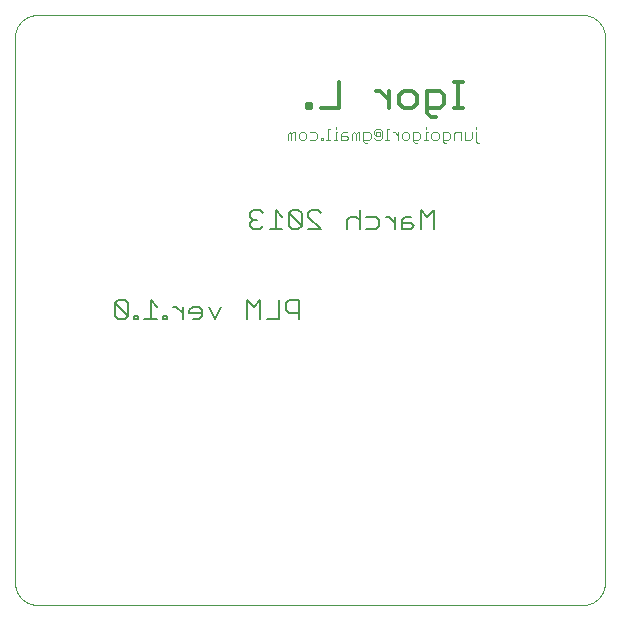
<source format=gbo>
G75*
G70*
%OFA0B0*%
%FSLAX24Y24*%
%IPPOS*%
%LPD*%
%AMOC8*
5,1,8,0,0,1.08239X$1,22.5*
%
%ADD10C,0.0000*%
%ADD11C,0.0130*%
%ADD12C,0.0070*%
%ADD13C,0.0040*%
D10*
X000180Y000887D02*
X000180Y018998D01*
X000182Y019052D01*
X000187Y019105D01*
X000196Y019158D01*
X000209Y019210D01*
X000225Y019262D01*
X000245Y019312D01*
X000268Y019360D01*
X000295Y019407D01*
X000324Y019452D01*
X000357Y019495D01*
X000392Y019535D01*
X000430Y019573D01*
X000470Y019608D01*
X000513Y019641D01*
X000558Y019670D01*
X000605Y019697D01*
X000653Y019720D01*
X000703Y019740D01*
X000755Y019756D01*
X000807Y019769D01*
X000860Y019778D01*
X000913Y019783D01*
X000967Y019785D01*
X019078Y019785D01*
X019132Y019783D01*
X019185Y019778D01*
X019238Y019769D01*
X019290Y019756D01*
X019342Y019740D01*
X019392Y019720D01*
X019440Y019697D01*
X019487Y019670D01*
X019532Y019641D01*
X019575Y019608D01*
X019615Y019573D01*
X019653Y019535D01*
X019688Y019495D01*
X019721Y019452D01*
X019750Y019407D01*
X019777Y019360D01*
X019800Y019312D01*
X019820Y019262D01*
X019836Y019210D01*
X019849Y019158D01*
X019858Y019105D01*
X019863Y019052D01*
X019865Y018998D01*
X019865Y000887D01*
X019863Y000833D01*
X019858Y000780D01*
X019849Y000727D01*
X019836Y000675D01*
X019820Y000623D01*
X019800Y000573D01*
X019777Y000525D01*
X019750Y000478D01*
X019721Y000433D01*
X019688Y000390D01*
X019653Y000350D01*
X019615Y000312D01*
X019575Y000277D01*
X019532Y000244D01*
X019487Y000215D01*
X019440Y000188D01*
X019392Y000165D01*
X019342Y000145D01*
X019290Y000129D01*
X019238Y000116D01*
X019185Y000107D01*
X019132Y000102D01*
X019078Y000100D01*
X000967Y000100D01*
X000913Y000102D01*
X000860Y000107D01*
X000807Y000116D01*
X000755Y000129D01*
X000703Y000145D01*
X000653Y000165D01*
X000605Y000188D01*
X000558Y000215D01*
X000513Y000244D01*
X000470Y000277D01*
X000430Y000312D01*
X000392Y000350D01*
X000357Y000390D01*
X000324Y000433D01*
X000295Y000478D01*
X000268Y000525D01*
X000245Y000573D01*
X000225Y000623D01*
X000209Y000675D01*
X000196Y000727D01*
X000187Y000780D01*
X000182Y000833D01*
X000180Y000887D01*
D11*
X014066Y016375D02*
X013921Y016520D01*
X013921Y017245D01*
X014356Y017245D01*
X014501Y017100D01*
X014501Y016810D01*
X014356Y016665D01*
X013921Y016665D01*
X014066Y016375D02*
X014211Y016375D01*
X014825Y016665D02*
X015115Y016665D01*
X014970Y016665D02*
X014970Y017536D01*
X015115Y017536D02*
X014825Y017536D01*
X013580Y017100D02*
X013580Y016810D01*
X013435Y016665D01*
X013145Y016665D01*
X013000Y016810D01*
X013000Y017100D01*
X013145Y017245D01*
X013435Y017245D01*
X013580Y017100D01*
X012660Y016955D02*
X012369Y017245D01*
X012224Y017245D01*
X012660Y017245D02*
X012660Y016665D01*
X010971Y016665D02*
X010391Y016665D01*
X010051Y016665D02*
X009906Y016665D01*
X009906Y016810D01*
X010051Y016810D01*
X010051Y016665D01*
X010971Y016665D02*
X010971Y017536D01*
D12*
X010280Y013266D02*
X010070Y013266D01*
X009965Y013160D01*
X009965Y013055D01*
X010385Y012635D01*
X009965Y012635D01*
X009741Y012740D02*
X009320Y013160D01*
X009320Y012740D01*
X009425Y012635D01*
X009635Y012635D01*
X009741Y012740D01*
X009741Y013160D01*
X009635Y013266D01*
X009425Y013266D01*
X009320Y013160D01*
X009096Y013055D02*
X008886Y013266D01*
X008886Y012635D01*
X009096Y012635D02*
X008676Y012635D01*
X008451Y012740D02*
X008346Y012635D01*
X008136Y012635D01*
X008031Y012740D01*
X008031Y012845D01*
X008136Y012950D01*
X008241Y012950D01*
X008136Y012950D02*
X008031Y013055D01*
X008031Y013160D01*
X008136Y013266D01*
X008346Y013266D01*
X008451Y013160D01*
X010280Y013266D02*
X010385Y013160D01*
X011254Y012950D02*
X011254Y012635D01*
X011254Y012950D02*
X011359Y013055D01*
X011569Y013055D01*
X011674Y012950D01*
X011898Y013055D02*
X012214Y013055D01*
X012319Y012950D01*
X012319Y012740D01*
X012214Y012635D01*
X011898Y012635D01*
X011674Y012635D02*
X011674Y013266D01*
X012541Y013055D02*
X012646Y013055D01*
X012856Y012845D01*
X012856Y012635D02*
X012856Y013055D01*
X013080Y012950D02*
X013080Y012635D01*
X013395Y012635D01*
X013500Y012740D01*
X013395Y012845D01*
X013080Y012845D01*
X013080Y012950D02*
X013185Y013055D01*
X013395Y013055D01*
X013725Y013266D02*
X013725Y012635D01*
X014145Y012635D02*
X014145Y013266D01*
X013935Y013055D01*
X013725Y013266D01*
X009645Y010266D02*
X009645Y009635D01*
X009645Y009845D02*
X009330Y009845D01*
X009225Y009950D01*
X009225Y010160D01*
X009330Y010266D01*
X009645Y010266D01*
X009000Y010266D02*
X009000Y009635D01*
X008580Y009635D01*
X008356Y009635D02*
X008356Y010266D01*
X008146Y010055D01*
X007936Y010266D01*
X007936Y009635D01*
X007067Y010055D02*
X006857Y009635D01*
X006646Y010055D01*
X006422Y009950D02*
X006317Y010055D01*
X006107Y010055D01*
X006002Y009950D01*
X006002Y009845D01*
X006422Y009845D01*
X006422Y009740D02*
X006422Y009950D01*
X006422Y009740D02*
X006317Y009635D01*
X006107Y009635D01*
X005778Y009635D02*
X005778Y010055D01*
X005778Y009845D02*
X005568Y010055D01*
X005462Y010055D01*
X005241Y009740D02*
X005135Y009740D01*
X005135Y009635D01*
X005241Y009635D01*
X005241Y009740D01*
X004918Y009635D02*
X004498Y009635D01*
X004708Y009635D02*
X004708Y010266D01*
X004918Y010055D01*
X004274Y009740D02*
X004169Y009740D01*
X004169Y009635D01*
X004274Y009635D01*
X004274Y009740D01*
X003951Y009740D02*
X003951Y010160D01*
X003846Y010266D01*
X003636Y010266D01*
X003531Y010160D01*
X003951Y009740D01*
X003846Y009635D01*
X003636Y009635D01*
X003531Y009740D01*
X003531Y010160D01*
D13*
X009281Y015620D02*
X009281Y015800D01*
X009341Y015860D01*
X009401Y015800D01*
X009401Y015620D01*
X009521Y015620D02*
X009521Y015860D01*
X009461Y015860D01*
X009401Y015800D01*
X009650Y015800D02*
X009710Y015860D01*
X009830Y015860D01*
X009890Y015800D01*
X009890Y015680D01*
X009830Y015620D01*
X009710Y015620D01*
X009650Y015680D01*
X009650Y015800D01*
X010018Y015860D02*
X010198Y015860D01*
X010258Y015800D01*
X010258Y015680D01*
X010198Y015620D01*
X010018Y015620D01*
X010382Y015620D02*
X010442Y015620D01*
X010442Y015680D01*
X010382Y015680D01*
X010382Y015620D01*
X010568Y015620D02*
X010688Y015620D01*
X010628Y015620D02*
X010628Y015980D01*
X010688Y015980D01*
X010873Y015980D02*
X010873Y016040D01*
X010873Y015860D02*
X010873Y015620D01*
X010933Y015620D02*
X010813Y015620D01*
X011061Y015620D02*
X011061Y015800D01*
X011121Y015860D01*
X011242Y015860D01*
X011242Y015740D02*
X011061Y015740D01*
X011061Y015620D02*
X011242Y015620D01*
X011302Y015680D01*
X011242Y015740D01*
X011430Y015800D02*
X011430Y015620D01*
X011550Y015620D02*
X011550Y015800D01*
X011490Y015860D01*
X011430Y015800D01*
X011550Y015800D02*
X011610Y015860D01*
X011670Y015860D01*
X011670Y015620D01*
X011798Y015620D02*
X011978Y015620D01*
X012038Y015680D01*
X012038Y015800D01*
X011978Y015860D01*
X011798Y015860D01*
X011798Y015560D01*
X011858Y015500D01*
X011918Y015500D01*
X012166Y015680D02*
X012226Y015620D01*
X012347Y015620D01*
X012407Y015680D01*
X012407Y015920D01*
X012347Y015980D01*
X012226Y015980D01*
X012166Y015920D01*
X012166Y015800D01*
X012226Y015740D01*
X012226Y015860D01*
X012347Y015860D01*
X012347Y015740D01*
X012226Y015740D01*
X012532Y015620D02*
X012652Y015620D01*
X012592Y015620D02*
X012592Y015980D01*
X012652Y015980D01*
X012779Y015860D02*
X012839Y015860D01*
X012959Y015740D01*
X012959Y015620D02*
X012959Y015860D01*
X013087Y015800D02*
X013147Y015860D01*
X013267Y015860D01*
X013327Y015800D01*
X013327Y015680D01*
X013267Y015620D01*
X013147Y015620D01*
X013087Y015680D01*
X013087Y015800D01*
X013455Y015860D02*
X013455Y015560D01*
X013516Y015500D01*
X013576Y015500D01*
X013636Y015620D02*
X013455Y015620D01*
X013636Y015620D02*
X013696Y015680D01*
X013696Y015800D01*
X013636Y015860D01*
X013455Y015860D01*
X013881Y015860D02*
X013881Y015620D01*
X013941Y015620D02*
X013821Y015620D01*
X014069Y015680D02*
X014069Y015800D01*
X014129Y015860D01*
X014249Y015860D01*
X014310Y015800D01*
X014310Y015680D01*
X014249Y015620D01*
X014129Y015620D01*
X014069Y015680D01*
X013941Y015860D02*
X013881Y015860D01*
X013881Y015980D02*
X013881Y016040D01*
X014438Y015860D02*
X014618Y015860D01*
X014678Y015800D01*
X014678Y015680D01*
X014618Y015620D01*
X014438Y015620D01*
X014438Y015560D02*
X014438Y015860D01*
X014438Y015560D02*
X014498Y015500D01*
X014558Y015500D01*
X014806Y015620D02*
X014806Y015800D01*
X014866Y015860D01*
X015046Y015860D01*
X015046Y015620D01*
X015174Y015620D02*
X015174Y015860D01*
X015174Y015620D02*
X015354Y015620D01*
X015414Y015680D01*
X015414Y015860D01*
X015540Y015860D02*
X015540Y015560D01*
X015600Y015500D01*
X015660Y015500D01*
X015540Y015980D02*
X015540Y016040D01*
X010933Y015860D02*
X010873Y015860D01*
M02*

</source>
